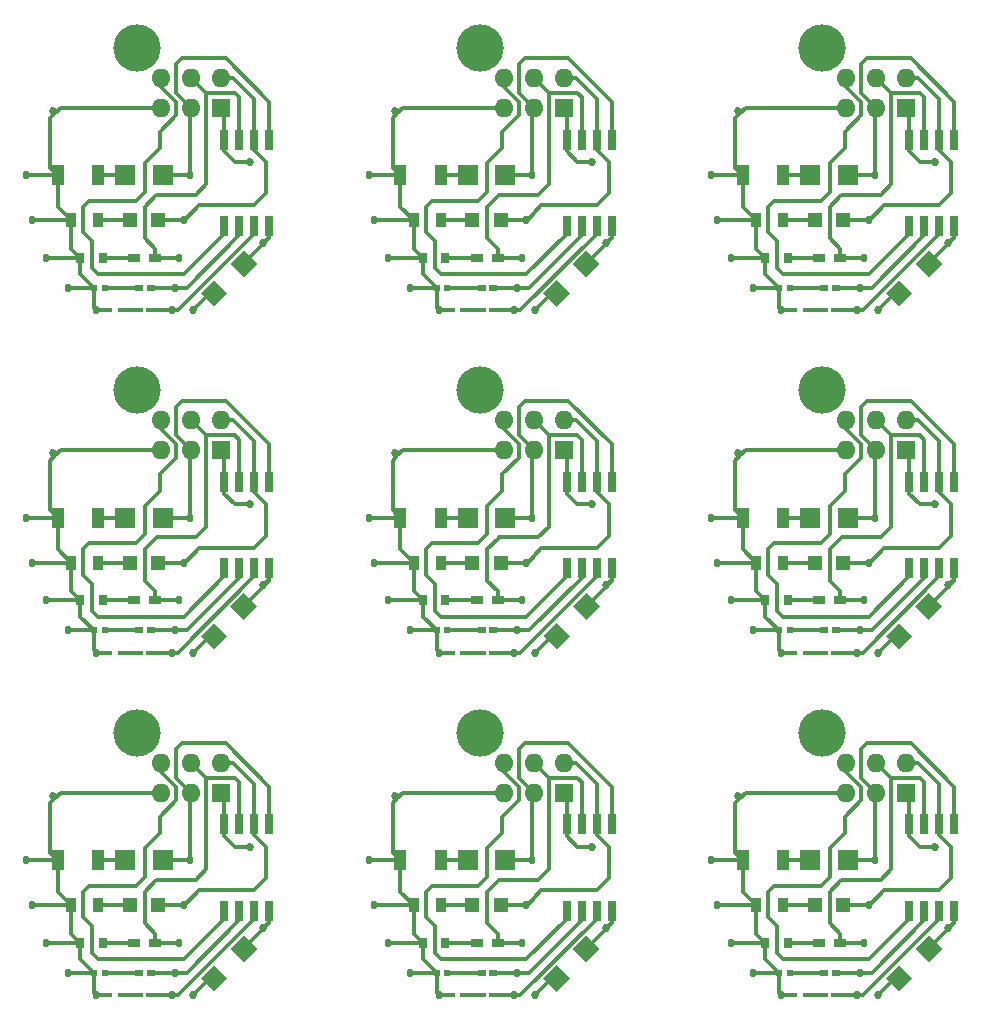
<source format=gtl>
%MOIN*%
%OFA0B0*%
%FSLAX46Y46*%
%IPPOS*%
%LPD*%
%ADD10C,0.0039370078740157488*%
%ADD11C,0.15748031496062992*%
%ADD12R,0.015748031496062995X0.015748031496062995*%
%ADD13R,0.027559055118110236X0.023622047244094488*%
%ADD14O,0.062992125984251982X0.062992125984251982*%
%ADD15R,0.062992125984251982X0.062992125984251982*%
%ADD16R,0.066929133858267723X0.0709*%
%ADD17R,0.051181102362204731X0.0472*%
%ADD18R,0.03937007874015748X0.031400000000000004*%
%ADD19R,0.025590551181102365X0.066929133858267723*%
%ADD20O,0.02X0.030000000000000002*%
%ADD21R,0.043307086614173235X0.066929133858267723*%
%ADD22R,0.035433070866141732X0.051181102362204731*%
%ADD23R,0.027559055118110236X0.035433070866141732*%
%ADD24R,0.023622047244094488X0.023622047244094488*%
%ADD25R,0.017716535433070866X0.016929133858267716*%
%ADD26C,0.027*%
%ADD27C,0.012000000000000002*%
%ADD38C,0.0039370078740157488*%
%ADD39C,0.15748031496062992*%
%ADD40R,0.015748031496062995X0.015748031496062995*%
%ADD41R,0.027559055118110236X0.023622047244094488*%
%ADD42O,0.062992125984251982X0.062992125984251982*%
%ADD43R,0.062992125984251982X0.062992125984251982*%
%ADD44R,0.066929133858267723X0.0709*%
%ADD45R,0.051181102362204731X0.0472*%
%ADD46R,0.03937007874015748X0.031400000000000004*%
%ADD47R,0.025590551181102365X0.066929133858267723*%
%ADD48O,0.02X0.030000000000000002*%
%ADD49R,0.043307086614173235X0.066929133858267723*%
%ADD50R,0.035433070866141732X0.051181102362204731*%
%ADD51R,0.027559055118110236X0.035433070866141732*%
%ADD52R,0.023622047244094488X0.023622047244094488*%
%ADD53R,0.017716535433070866X0.016929133858267716*%
%ADD54C,0.027*%
%ADD55C,0.012000000000000002*%
%ADD56C,0.0039370078740157488*%
%ADD57C,0.15748031496062992*%
%ADD58R,0.015748031496062995X0.015748031496062995*%
%ADD59R,0.027559055118110236X0.023622047244094488*%
%ADD60O,0.062992125984251982X0.062992125984251982*%
%ADD61R,0.062992125984251982X0.062992125984251982*%
%ADD62R,0.066929133858267723X0.0709*%
%ADD63R,0.051181102362204731X0.0472*%
%ADD64R,0.03937007874015748X0.031400000000000004*%
%ADD65R,0.025590551181102365X0.066929133858267723*%
%ADD66O,0.02X0.030000000000000002*%
%ADD67R,0.043307086614173235X0.066929133858267723*%
%ADD68R,0.035433070866141732X0.051181102362204731*%
%ADD69R,0.027559055118110236X0.035433070866141732*%
%ADD70R,0.023622047244094488X0.023622047244094488*%
%ADD71R,0.017716535433070866X0.016929133858267716*%
%ADD72C,0.027*%
%ADD73C,0.012000000000000002*%
%ADD74C,0.0039370078740157488*%
%ADD75C,0.15748031496062992*%
%ADD76R,0.015748031496062995X0.015748031496062995*%
%ADD77R,0.027559055118110236X0.023622047244094488*%
%ADD78O,0.062992125984251982X0.062992125984251982*%
%ADD79R,0.062992125984251982X0.062992125984251982*%
%ADD80R,0.066929133858267723X0.0709*%
%ADD81R,0.051181102362204731X0.0472*%
%ADD82R,0.03937007874015748X0.031400000000000004*%
%ADD83R,0.025590551181102365X0.066929133858267723*%
%ADD84O,0.02X0.030000000000000002*%
%ADD85R,0.043307086614173235X0.066929133858267723*%
%ADD86R,0.035433070866141732X0.051181102362204731*%
%ADD87R,0.027559055118110236X0.035433070866141732*%
%ADD88R,0.023622047244094488X0.023622047244094488*%
%ADD89R,0.017716535433070866X0.016929133858267716*%
%ADD90C,0.027*%
%ADD91C,0.012000000000000002*%
%ADD92C,0.0039370078740157488*%
%ADD93C,0.15748031496062992*%
%ADD94R,0.015748031496062995X0.015748031496062995*%
%ADD95R,0.027559055118110236X0.023622047244094488*%
%ADD96O,0.062992125984251982X0.062992125984251982*%
%ADD97R,0.062992125984251982X0.062992125984251982*%
%ADD98R,0.066929133858267723X0.0709*%
%ADD99R,0.051181102362204731X0.0472*%
%ADD100R,0.03937007874015748X0.031400000000000004*%
%ADD101R,0.025590551181102365X0.066929133858267723*%
%ADD102O,0.02X0.030000000000000002*%
%ADD103R,0.043307086614173235X0.066929133858267723*%
%ADD104R,0.035433070866141732X0.051181102362204731*%
%ADD105R,0.027559055118110236X0.035433070866141732*%
%ADD106R,0.023622047244094488X0.023622047244094488*%
%ADD107R,0.017716535433070866X0.016929133858267716*%
%ADD108C,0.027*%
%ADD109C,0.012000000000000002*%
%ADD110C,0.0039370078740157488*%
%ADD111C,0.15748031496062992*%
%ADD112R,0.015748031496062995X0.015748031496062995*%
%ADD113R,0.027559055118110236X0.023622047244094488*%
%ADD114O,0.062992125984251982X0.062992125984251982*%
%ADD115R,0.062992125984251982X0.062992125984251982*%
%ADD116R,0.066929133858267723X0.0709*%
%ADD117R,0.051181102362204731X0.0472*%
%ADD118R,0.03937007874015748X0.031400000000000004*%
%ADD119R,0.025590551181102365X0.066929133858267723*%
%ADD120O,0.02X0.030000000000000002*%
%ADD121R,0.043307086614173235X0.066929133858267723*%
%ADD122R,0.035433070866141732X0.051181102362204731*%
%ADD123R,0.027559055118110236X0.035433070866141732*%
%ADD124R,0.023622047244094488X0.023622047244094488*%
%ADD125R,0.017716535433070866X0.016929133858267716*%
%ADD126C,0.027*%
%ADD127C,0.012000000000000002*%
%ADD128C,0.0039370078740157488*%
%ADD129C,0.15748031496062992*%
%ADD130R,0.015748031496062995X0.015748031496062995*%
%ADD131R,0.027559055118110236X0.023622047244094488*%
%ADD132O,0.062992125984251982X0.062992125984251982*%
%ADD133R,0.062992125984251982X0.062992125984251982*%
%ADD134R,0.066929133858267723X0.0709*%
%ADD135R,0.051181102362204731X0.0472*%
%ADD136R,0.03937007874015748X0.031400000000000004*%
%ADD137R,0.025590551181102365X0.066929133858267723*%
%ADD138O,0.02X0.030000000000000002*%
%ADD139R,0.043307086614173235X0.066929133858267723*%
%ADD140R,0.035433070866141732X0.051181102362204731*%
%ADD141R,0.027559055118110236X0.035433070866141732*%
%ADD142R,0.023622047244094488X0.023622047244094488*%
%ADD143R,0.017716535433070866X0.016929133858267716*%
%ADD144C,0.027*%
%ADD145C,0.012000000000000002*%
%ADD146C,0.0039370078740157488*%
%ADD147C,0.15748031496062992*%
%ADD148R,0.015748031496062995X0.015748031496062995*%
%ADD149R,0.027559055118110236X0.023622047244094488*%
%ADD150O,0.062992125984251982X0.062992125984251982*%
%ADD151R,0.062992125984251982X0.062992125984251982*%
%ADD152R,0.066929133858267723X0.0709*%
%ADD153R,0.051181102362204731X0.0472*%
%ADD154R,0.03937007874015748X0.031400000000000004*%
%ADD155R,0.025590551181102365X0.066929133858267723*%
%ADD156O,0.02X0.030000000000000002*%
%ADD157R,0.043307086614173235X0.066929133858267723*%
%ADD158R,0.035433070866141732X0.051181102362204731*%
%ADD159R,0.027559055118110236X0.035433070866141732*%
%ADD160R,0.023622047244094488X0.023622047244094488*%
%ADD161R,0.017716535433070866X0.016929133858267716*%
%ADD162C,0.027*%
%ADD163C,0.012000000000000002*%
%ADD164C,0.0039370078740157488*%
%ADD165C,0.15748031496062992*%
%ADD166R,0.015748031496062995X0.015748031496062995*%
%ADD167R,0.027559055118110236X0.023622047244094488*%
%ADD168O,0.062992125984251982X0.062992125984251982*%
%ADD169R,0.062992125984251982X0.062992125984251982*%
%ADD170R,0.066929133858267723X0.0709*%
%ADD171R,0.051181102362204731X0.0472*%
%ADD172R,0.03937007874015748X0.031400000000000004*%
%ADD173R,0.025590551181102365X0.066929133858267723*%
%ADD174O,0.02X0.030000000000000002*%
%ADD175R,0.043307086614173235X0.066929133858267723*%
%ADD176R,0.035433070866141732X0.051181102362204731*%
%ADD177R,0.027559055118110236X0.035433070866141732*%
%ADD178R,0.023622047244094488X0.023622047244094488*%
%ADD179R,0.017716535433070866X0.016929133858267716*%
%ADD180C,0.027*%
%ADD181C,0.012000000000000002*%
G01*
D10*
D11*
X-0007643492Y0004156443D02*
X0000531507Y0000956443D03*
D12*
X0000544696Y0000081443D03*
X0000568318Y0000081443D03*
D13*
X0000536822Y0000156443D03*
X0000576192Y0000156443D03*
D10*
G36*
X0000886004Y0000280482D02*
X0000930546Y0000235940D01*
X0000886004Y0000191398D01*
X0000841462Y0000235940D01*
X0000886004Y0000280482D01*
X0000886004Y0000280482D01*
G37*
G36*
X0000787009Y0000181487D02*
X0000831551Y0000136945D01*
X0000787009Y0000092403D01*
X0000742467Y0000136945D01*
X0000787009Y0000181487D01*
X0000787009Y0000181487D01*
G37*
D14*
X0000811507Y0000856443D03*
D15*
X0000811507Y0000756443D03*
D14*
X0000711507Y0000856443D03*
X0000711507Y0000756443D03*
X0000611507Y0000856443D03*
X0000611507Y0000756443D03*
D16*
X0000616507Y0000531443D03*
X0000491507Y0000531443D03*
D17*
X0000601507Y0000381443D03*
X0000506507Y0000381443D03*
D18*
X0000591507Y0000256443D03*
X0000521507Y0000256443D03*
D19*
X0000821507Y0000362742D03*
X0000871507Y0000362742D03*
X0000921507Y0000362742D03*
X0000971507Y0000362742D03*
X0000971507Y0000650143D03*
X0000921507Y0000650143D03*
X0000871507Y0000650143D03*
X0000821507Y0000650143D03*
D20*
X0000706507Y0000531443D03*
X0000686507Y0000381443D03*
X0000671507Y0000256443D03*
X0000656507Y0000156443D03*
X0000646507Y0000081443D03*
X0000161507Y0000531443D03*
X0000179007Y0000381443D03*
X0000226507Y0000256443D03*
X0000299007Y0000156443D03*
X0000394007Y0000081443D03*
D21*
X0000401507Y0000531443D03*
X0000266507Y0000531443D03*
D22*
X0000401507Y0000381443D03*
X0000311507Y0000381443D03*
D23*
X0000416507Y0000256443D03*
X0000341507Y0000256443D03*
D24*
X0000422255Y0000156443D03*
X0000386822Y0000156443D03*
D25*
X0000472255Y0000081443D03*
X0000440759Y0000081443D03*
D26*
X0000249007Y0000746443D03*
X0000951507Y0000306443D03*
X0000716507Y0000081443D03*
X0000906507Y0000576443D03*
D27*
X0000394007Y0000081443D02*
X0000440759Y0000081443D01*
X0000386822Y0000156443D02*
X0000386822Y0000088628D01*
X0000386822Y0000088628D02*
X0000394007Y0000081443D01*
X0000256507Y0000738943D02*
X0000251507Y0000743943D01*
X0000251507Y0000743943D02*
X0000249007Y0000746443D01*
X0000971507Y0000362742D02*
X0000971507Y0000326443D01*
X0000971507Y0000326443D02*
X0000951507Y0000306443D01*
X0000877185Y0000227120D02*
X0000971507Y0000321443D01*
X0000971507Y0000321443D02*
X0000971507Y0000362742D01*
X0000341507Y0000256443D02*
X0000341507Y0000201758D01*
X0000341507Y0000201758D02*
X0000386822Y0000156443D01*
X0000311507Y0000381443D02*
X0000311507Y0000286443D01*
X0000311507Y0000286443D02*
X0000341507Y0000256443D01*
X0000266507Y0000531443D02*
X0000266507Y0000426443D01*
X0000266507Y0000426443D02*
X0000311507Y0000381443D01*
X0000611507Y0000756443D02*
X0000276507Y0000756443D01*
X0000241507Y0000556443D02*
X0000266507Y0000531443D01*
X0000241507Y0000721443D02*
X0000241507Y0000556443D01*
X0000276507Y0000756443D02*
X0000256507Y0000738943D01*
X0000256507Y0000738943D02*
X0000241507Y0000721443D01*
X0000299007Y0000156443D02*
X0000386822Y0000156443D01*
X0000226507Y0000256443D02*
X0000341507Y0000256443D01*
X0000184007Y0000381443D02*
X0000311507Y0000381443D01*
X0000266507Y0000531443D02*
X0000161507Y0000531443D01*
X0000716507Y0000081443D02*
X0000772009Y0000136945D01*
X0000772009Y0000136945D02*
X0000787009Y0000136945D01*
X0000821507Y0000650143D02*
X0000821507Y0000611443D01*
X0000856507Y0000576443D02*
X0000906507Y0000576443D01*
X0000821507Y0000611443D02*
X0000856507Y0000576443D01*
X0000780829Y0000130765D02*
X0000775829Y0000130765D01*
X0000821507Y0000650143D02*
X0000821507Y0000746443D01*
X0000821507Y0000746443D02*
X0000811507Y0000756443D01*
X0000921507Y0000650143D02*
X0000921507Y0000616443D01*
X0000736507Y0000431443D02*
X0000841507Y0000431443D01*
X0000736507Y0000431443D02*
X0000691507Y0000381443D01*
X0000921507Y0000431443D02*
X0000841507Y0000431443D01*
X0000961507Y0000471443D02*
X0000921507Y0000431443D01*
X0000961507Y0000576443D02*
X0000961507Y0000471443D01*
X0000921507Y0000616443D02*
X0000961507Y0000576443D01*
X0000686507Y0000381443D02*
X0000691507Y0000381443D01*
X0000921507Y0000650143D02*
X0000921507Y0000786443D01*
X0000851507Y0000856443D02*
X0000811507Y0000856443D01*
X0000921507Y0000786443D02*
X0000851507Y0000856443D01*
X0000601507Y0000381443D02*
X0000686507Y0000381443D01*
X0000711507Y0000856443D02*
X0000761507Y0000806443D01*
X0000761507Y0000806443D02*
X0000761507Y0000501443D01*
X0000556507Y0000426443D02*
X0000591507Y0000461443D01*
X0000556507Y0000321443D02*
X0000556507Y0000426443D01*
X0000591507Y0000286443D02*
X0000556507Y0000321443D01*
X0000591507Y0000256443D02*
X0000591507Y0000286443D01*
X0000596507Y0000466443D02*
X0000591507Y0000461443D01*
X0000726507Y0000466443D02*
X0000596507Y0000466443D01*
X0000761507Y0000501443D02*
X0000726507Y0000466443D01*
X0000871507Y0000650143D02*
X0000871507Y0000791443D01*
X0000856507Y0000806443D02*
X0000761507Y0000806443D01*
X0000871507Y0000791443D02*
X0000856507Y0000806443D01*
X0000591507Y0000256443D02*
X0000671507Y0000256443D01*
X0000706507Y0000531443D02*
X0000706507Y0000751443D01*
X0000706507Y0000751443D02*
X0000711507Y0000756443D01*
X0000971507Y0000650143D02*
X0000971507Y0000776443D01*
X0000661507Y0000806443D02*
X0000711507Y0000756443D01*
X0000661507Y0000901443D02*
X0000661507Y0000806443D01*
X0000681507Y0000921443D02*
X0000661507Y0000901443D01*
X0000826507Y0000921443D02*
X0000681507Y0000921443D01*
X0000971507Y0000776443D02*
X0000826507Y0000921443D01*
X0000616507Y0000531443D02*
X0000706507Y0000531443D01*
X0000821507Y0000362742D02*
X0000821507Y0000336443D01*
X0000821507Y0000336443D02*
X0000686507Y0000201443D01*
X0000686507Y0000201443D02*
X0000401507Y0000201443D01*
X0000401507Y0000201443D02*
X0000381507Y0000221443D01*
X0000381507Y0000221443D02*
X0000381507Y0000311443D01*
X0000381507Y0000311443D02*
X0000351507Y0000341443D01*
X0000351507Y0000341443D02*
X0000351507Y0000426443D01*
X0000351507Y0000426443D02*
X0000371507Y0000446443D01*
X0000371507Y0000446443D02*
X0000526507Y0000446443D01*
X0000526507Y0000446443D02*
X0000556507Y0000476443D01*
X0000556507Y0000476443D02*
X0000556507Y0000571443D01*
X0000556507Y0000571443D02*
X0000606507Y0000621443D01*
X0000606507Y0000621443D02*
X0000606507Y0000676443D01*
X0000606507Y0000676443D02*
X0000661507Y0000731443D01*
X0000661507Y0000731443D02*
X0000661507Y0000776443D01*
X0000661507Y0000776443D02*
X0000611507Y0000826443D01*
X0000611507Y0000826443D02*
X0000611507Y0000856443D01*
X0000401507Y0000381443D02*
X0000506507Y0000381443D01*
X0000416507Y0000256443D02*
X0000521507Y0000256443D01*
X0000422255Y0000156443D02*
X0000532885Y0000156443D01*
X0000491507Y0000531443D02*
X0000401507Y0000531443D01*
X0000656507Y0000156443D02*
X0000696507Y0000156443D01*
X0000696507Y0000156443D02*
X0000871507Y0000331443D01*
X0000871507Y0000331443D02*
X0000871507Y0000362742D01*
X0000576192Y0000156443D02*
X0000656507Y0000156443D01*
X0000568318Y0000081443D02*
X0000591507Y0000081443D01*
X0000591507Y0000081443D02*
X0000646507Y0000081443D01*
X0000651507Y0000081443D02*
X0000666507Y0000081443D01*
X0000666507Y0000081443D02*
X0000921507Y0000336443D01*
X0000921507Y0000336443D02*
X0000921507Y0000362742D01*
X0000544696Y0000081443D02*
X0000521507Y0000081443D01*
X0000521507Y0000081443D02*
X0000472255Y0000081443D01*
G04 next file*
G04 #@! TF.FileFunction,Copper,L1,Top,Signal*
G04 Gerber Fmt 4.6, Leading zero omitted, Abs format (unit mm)*
G04 Created by KiCad (PCBNEW 4.0.7) date 06/29/18 14:26:30*
G01*
G04 APERTURE LIST*
G04 APERTURE END LIST*
D38*
D39*
X-0006501738Y0004156443D02*
X0001673261Y0000956443D03*
D40*
X0001686450Y0000081443D03*
X0001710072Y0000081443D03*
D41*
X0001678576Y0000156443D03*
X0001717946Y0000156443D03*
D38*
G36*
X0002027759Y0000280482D02*
X0002072301Y0000235940D01*
X0002027759Y0000191398D01*
X0001983217Y0000235940D01*
X0002027759Y0000280482D01*
X0002027759Y0000280482D01*
G37*
G36*
X0001928764Y0000181487D02*
X0001973306Y0000136945D01*
X0001928764Y0000092403D01*
X0001884222Y0000136945D01*
X0001928764Y0000181487D01*
X0001928764Y0000181487D01*
G37*
D42*
X0001953261Y0000856443D03*
D43*
X0001953261Y0000756443D03*
D42*
X0001853261Y0000856443D03*
X0001853261Y0000756443D03*
X0001753261Y0000856443D03*
X0001753261Y0000756443D03*
D44*
X0001758261Y0000531443D03*
X0001633261Y0000531443D03*
D45*
X0001743261Y0000381443D03*
X0001648261Y0000381443D03*
D46*
X0001733261Y0000256443D03*
X0001663261Y0000256443D03*
D47*
X0001963261Y0000362742D03*
X0002013261Y0000362742D03*
X0002063261Y0000362742D03*
X0002113261Y0000362742D03*
X0002113261Y0000650143D03*
X0002063261Y0000650143D03*
X0002013261Y0000650143D03*
X0001963261Y0000650143D03*
D48*
X0001848261Y0000531443D03*
X0001828261Y0000381443D03*
X0001813261Y0000256443D03*
X0001798261Y0000156443D03*
X0001788261Y0000081443D03*
X0001303261Y0000531443D03*
X0001320761Y0000381443D03*
X0001368261Y0000256443D03*
X0001440761Y0000156443D03*
X0001535761Y0000081443D03*
D49*
X0001543261Y0000531443D03*
X0001408261Y0000531443D03*
D50*
X0001543261Y0000381443D03*
X0001453261Y0000381443D03*
D51*
X0001558261Y0000256443D03*
X0001483261Y0000256443D03*
D52*
X0001564009Y0000156443D03*
X0001528576Y0000156443D03*
D53*
X0001614009Y0000081443D03*
X0001582513Y0000081443D03*
D54*
X0001390761Y0000746443D03*
X0002093261Y0000306443D03*
X0001858261Y0000081443D03*
X0002048261Y0000576443D03*
D55*
X0001535761Y0000081443D02*
X0001582513Y0000081443D01*
X0001528576Y0000156443D02*
X0001528576Y0000088628D01*
X0001528576Y0000088628D02*
X0001535761Y0000081443D01*
X0001398261Y0000738943D02*
X0001393261Y0000743943D01*
X0001393261Y0000743943D02*
X0001390761Y0000746443D01*
X0002113261Y0000362742D02*
X0002113261Y0000326443D01*
X0002113261Y0000326443D02*
X0002093261Y0000306443D01*
X0002018939Y0000227120D02*
X0002113261Y0000321443D01*
X0002113261Y0000321443D02*
X0002113261Y0000362742D01*
X0001483261Y0000256443D02*
X0001483261Y0000201758D01*
X0001483261Y0000201758D02*
X0001528576Y0000156443D01*
X0001453261Y0000381443D02*
X0001453261Y0000286443D01*
X0001453261Y0000286443D02*
X0001483261Y0000256443D01*
X0001408261Y0000531443D02*
X0001408261Y0000426443D01*
X0001408261Y0000426443D02*
X0001453261Y0000381443D01*
X0001753261Y0000756443D02*
X0001418261Y0000756443D01*
X0001383261Y0000556443D02*
X0001408261Y0000531443D01*
X0001383261Y0000721443D02*
X0001383261Y0000556443D01*
X0001418261Y0000756443D02*
X0001398261Y0000738943D01*
X0001398261Y0000738943D02*
X0001383261Y0000721443D01*
X0001440761Y0000156443D02*
X0001528576Y0000156443D01*
X0001368261Y0000256443D02*
X0001483261Y0000256443D01*
X0001325761Y0000381443D02*
X0001453261Y0000381443D01*
X0001408261Y0000531443D02*
X0001303261Y0000531443D01*
X0001858261Y0000081443D02*
X0001913764Y0000136945D01*
X0001913764Y0000136945D02*
X0001928764Y0000136945D01*
X0001963261Y0000650143D02*
X0001963261Y0000611443D01*
X0001998261Y0000576443D02*
X0002048261Y0000576443D01*
X0001963261Y0000611443D02*
X0001998261Y0000576443D01*
X0001922584Y0000130765D02*
X0001917584Y0000130765D01*
X0001963261Y0000650143D02*
X0001963261Y0000746443D01*
X0001963261Y0000746443D02*
X0001953261Y0000756443D01*
X0002063261Y0000650143D02*
X0002063261Y0000616443D01*
X0001878261Y0000431443D02*
X0001983261Y0000431443D01*
X0001878261Y0000431443D02*
X0001833261Y0000381443D01*
X0002063261Y0000431443D02*
X0001983261Y0000431443D01*
X0002103261Y0000471443D02*
X0002063261Y0000431443D01*
X0002103261Y0000576443D02*
X0002103261Y0000471443D01*
X0002063261Y0000616443D02*
X0002103261Y0000576443D01*
X0001828261Y0000381443D02*
X0001833261Y0000381443D01*
X0002063261Y0000650143D02*
X0002063261Y0000786443D01*
X0001993261Y0000856443D02*
X0001953261Y0000856443D01*
X0002063261Y0000786443D02*
X0001993261Y0000856443D01*
X0001743261Y0000381443D02*
X0001828261Y0000381443D01*
X0001853261Y0000856443D02*
X0001903261Y0000806443D01*
X0001903261Y0000806443D02*
X0001903261Y0000501443D01*
X0001698261Y0000426443D02*
X0001733261Y0000461443D01*
X0001698261Y0000321443D02*
X0001698261Y0000426443D01*
X0001733261Y0000286443D02*
X0001698261Y0000321443D01*
X0001733261Y0000256443D02*
X0001733261Y0000286443D01*
X0001738261Y0000466443D02*
X0001733261Y0000461443D01*
X0001868261Y0000466443D02*
X0001738261Y0000466443D01*
X0001903261Y0000501443D02*
X0001868261Y0000466443D01*
X0002013261Y0000650143D02*
X0002013261Y0000791443D01*
X0001998261Y0000806443D02*
X0001903261Y0000806443D01*
X0002013261Y0000791443D02*
X0001998261Y0000806443D01*
X0001733261Y0000256443D02*
X0001813261Y0000256443D01*
X0001848261Y0000531443D02*
X0001848261Y0000751443D01*
X0001848261Y0000751443D02*
X0001853261Y0000756443D01*
X0002113261Y0000650143D02*
X0002113261Y0000776443D01*
X0001803261Y0000806443D02*
X0001853261Y0000756443D01*
X0001803261Y0000901443D02*
X0001803261Y0000806443D01*
X0001823261Y0000921443D02*
X0001803261Y0000901443D01*
X0001968261Y0000921443D02*
X0001823261Y0000921443D01*
X0002113261Y0000776443D02*
X0001968261Y0000921443D01*
X0001758261Y0000531443D02*
X0001848261Y0000531443D01*
X0001963261Y0000362742D02*
X0001963261Y0000336443D01*
X0001963261Y0000336443D02*
X0001828261Y0000201443D01*
X0001828261Y0000201443D02*
X0001543261Y0000201443D01*
X0001543261Y0000201443D02*
X0001523261Y0000221443D01*
X0001523261Y0000221443D02*
X0001523261Y0000311443D01*
X0001523261Y0000311443D02*
X0001493261Y0000341443D01*
X0001493261Y0000341443D02*
X0001493261Y0000426443D01*
X0001493261Y0000426443D02*
X0001513261Y0000446443D01*
X0001513261Y0000446443D02*
X0001668261Y0000446443D01*
X0001668261Y0000446443D02*
X0001698261Y0000476443D01*
X0001698261Y0000476443D02*
X0001698261Y0000571443D01*
X0001698261Y0000571443D02*
X0001748261Y0000621443D01*
X0001748261Y0000621443D02*
X0001748261Y0000676443D01*
X0001748261Y0000676443D02*
X0001803261Y0000731443D01*
X0001803261Y0000731443D02*
X0001803261Y0000776443D01*
X0001803261Y0000776443D02*
X0001753261Y0000826443D01*
X0001753261Y0000826443D02*
X0001753261Y0000856443D01*
X0001543261Y0000381443D02*
X0001648261Y0000381443D01*
X0001558261Y0000256443D02*
X0001663261Y0000256443D01*
X0001564009Y0000156443D02*
X0001674639Y0000156443D01*
X0001633261Y0000531443D02*
X0001543261Y0000531443D01*
X0001798261Y0000156443D02*
X0001838261Y0000156443D01*
X0001838261Y0000156443D02*
X0002013261Y0000331443D01*
X0002013261Y0000331443D02*
X0002013261Y0000362742D01*
X0001717946Y0000156443D02*
X0001798261Y0000156443D01*
X0001710072Y0000081443D02*
X0001733261Y0000081443D01*
X0001733261Y0000081443D02*
X0001788261Y0000081443D01*
X0001793261Y0000081443D02*
X0001808261Y0000081443D01*
X0001808261Y0000081443D02*
X0002063261Y0000336443D01*
X0002063261Y0000336443D02*
X0002063261Y0000362742D01*
X0001686450Y0000081443D02*
X0001663261Y0000081443D01*
X0001663261Y0000081443D02*
X0001614009Y0000081443D01*
G04 next file*
G04 #@! TF.FileFunction,Copper,L1,Top,Signal*
G04 Gerber Fmt 4.6, Leading zero omitted, Abs format (unit mm)*
G04 Created by KiCad (PCBNEW 4.0.7) date 06/29/18 14:26:30*
G01*
G04 APERTURE LIST*
G04 APERTURE END LIST*
D56*
D57*
X-0005359983Y0004156443D02*
X0002815016Y0000956443D03*
D58*
X0002828205Y0000081443D03*
X0002851827Y0000081443D03*
D59*
X0002820331Y0000156443D03*
X0002859701Y0000156443D03*
D56*
G36*
X0003169514Y0000280482D02*
X0003214056Y0000235940D01*
X0003169514Y0000191398D01*
X0003124972Y0000235940D01*
X0003169514Y0000280482D01*
X0003169514Y0000280482D01*
G37*
G36*
X0003070519Y0000181487D02*
X0003115061Y0000136945D01*
X0003070519Y0000092403D01*
X0003025977Y0000136945D01*
X0003070519Y0000181487D01*
X0003070519Y0000181487D01*
G37*
D60*
X0003095016Y0000856443D03*
D61*
X0003095016Y0000756443D03*
D60*
X0002995016Y0000856443D03*
X0002995016Y0000756443D03*
X0002895016Y0000856443D03*
X0002895016Y0000756443D03*
D62*
X0002900016Y0000531443D03*
X0002775016Y0000531443D03*
D63*
X0002885016Y0000381443D03*
X0002790016Y0000381443D03*
D64*
X0002875016Y0000256443D03*
X0002805016Y0000256443D03*
D65*
X0003105016Y0000362742D03*
X0003155016Y0000362742D03*
X0003205016Y0000362742D03*
X0003255016Y0000362742D03*
X0003255016Y0000650143D03*
X0003205016Y0000650143D03*
X0003155016Y0000650143D03*
X0003105016Y0000650143D03*
D66*
X0002990016Y0000531443D03*
X0002970016Y0000381443D03*
X0002955016Y0000256443D03*
X0002940016Y0000156443D03*
X0002930016Y0000081443D03*
X0002445016Y0000531443D03*
X0002462516Y0000381443D03*
X0002510016Y0000256443D03*
X0002582516Y0000156443D03*
X0002677516Y0000081443D03*
D67*
X0002685016Y0000531443D03*
X0002550016Y0000531443D03*
D68*
X0002685016Y0000381443D03*
X0002595016Y0000381443D03*
D69*
X0002700016Y0000256443D03*
X0002625016Y0000256443D03*
D70*
X0002705764Y0000156443D03*
X0002670331Y0000156443D03*
D71*
X0002755764Y0000081443D03*
X0002724268Y0000081443D03*
D72*
X0002532516Y0000746443D03*
X0003235016Y0000306443D03*
X0003000016Y0000081443D03*
X0003190016Y0000576443D03*
D73*
X0002677516Y0000081443D02*
X0002724268Y0000081443D01*
X0002670331Y0000156443D02*
X0002670331Y0000088628D01*
X0002670331Y0000088628D02*
X0002677516Y0000081443D01*
X0002540016Y0000738943D02*
X0002535016Y0000743943D01*
X0002535016Y0000743943D02*
X0002532516Y0000746443D01*
X0003255016Y0000362742D02*
X0003255016Y0000326443D01*
X0003255016Y0000326443D02*
X0003235016Y0000306443D01*
X0003160694Y0000227120D02*
X0003255016Y0000321443D01*
X0003255016Y0000321443D02*
X0003255016Y0000362742D01*
X0002625016Y0000256443D02*
X0002625016Y0000201758D01*
X0002625016Y0000201758D02*
X0002670331Y0000156443D01*
X0002595016Y0000381443D02*
X0002595016Y0000286443D01*
X0002595016Y0000286443D02*
X0002625016Y0000256443D01*
X0002550016Y0000531443D02*
X0002550016Y0000426443D01*
X0002550016Y0000426443D02*
X0002595016Y0000381443D01*
X0002895016Y0000756443D02*
X0002560016Y0000756443D01*
X0002525016Y0000556443D02*
X0002550016Y0000531443D01*
X0002525016Y0000721443D02*
X0002525016Y0000556443D01*
X0002560016Y0000756443D02*
X0002540016Y0000738943D01*
X0002540016Y0000738943D02*
X0002525016Y0000721443D01*
X0002582516Y0000156443D02*
X0002670331Y0000156443D01*
X0002510016Y0000256443D02*
X0002625016Y0000256443D01*
X0002467516Y0000381443D02*
X0002595016Y0000381443D01*
X0002550016Y0000531443D02*
X0002445016Y0000531443D01*
X0003000016Y0000081443D02*
X0003055519Y0000136945D01*
X0003055519Y0000136945D02*
X0003070519Y0000136945D01*
X0003105016Y0000650143D02*
X0003105016Y0000611443D01*
X0003140016Y0000576443D02*
X0003190016Y0000576443D01*
X0003105016Y0000611443D02*
X0003140016Y0000576443D01*
X0003064339Y0000130765D02*
X0003059339Y0000130765D01*
X0003105016Y0000650143D02*
X0003105016Y0000746443D01*
X0003105016Y0000746443D02*
X0003095016Y0000756443D01*
X0003205016Y0000650143D02*
X0003205016Y0000616443D01*
X0003020016Y0000431443D02*
X0003125016Y0000431443D01*
X0003020016Y0000431443D02*
X0002975016Y0000381443D01*
X0003205016Y0000431443D02*
X0003125016Y0000431443D01*
X0003245016Y0000471443D02*
X0003205016Y0000431443D01*
X0003245016Y0000576443D02*
X0003245016Y0000471443D01*
X0003205016Y0000616443D02*
X0003245016Y0000576443D01*
X0002970016Y0000381443D02*
X0002975016Y0000381443D01*
X0003205016Y0000650143D02*
X0003205016Y0000786443D01*
X0003135016Y0000856443D02*
X0003095016Y0000856443D01*
X0003205016Y0000786443D02*
X0003135016Y0000856443D01*
X0002885016Y0000381443D02*
X0002970016Y0000381443D01*
X0002995016Y0000856443D02*
X0003045016Y0000806443D01*
X0003045016Y0000806443D02*
X0003045016Y0000501443D01*
X0002840016Y0000426443D02*
X0002875016Y0000461443D01*
X0002840016Y0000321443D02*
X0002840016Y0000426443D01*
X0002875016Y0000286443D02*
X0002840016Y0000321443D01*
X0002875016Y0000256443D02*
X0002875016Y0000286443D01*
X0002880016Y0000466443D02*
X0002875016Y0000461443D01*
X0003010016Y0000466443D02*
X0002880016Y0000466443D01*
X0003045016Y0000501443D02*
X0003010016Y0000466443D01*
X0003155016Y0000650143D02*
X0003155016Y0000791443D01*
X0003140016Y0000806443D02*
X0003045016Y0000806443D01*
X0003155016Y0000791443D02*
X0003140016Y0000806443D01*
X0002875016Y0000256443D02*
X0002955016Y0000256443D01*
X0002990016Y0000531443D02*
X0002990016Y0000751443D01*
X0002990016Y0000751443D02*
X0002995016Y0000756443D01*
X0003255016Y0000650143D02*
X0003255016Y0000776443D01*
X0002945016Y0000806443D02*
X0002995016Y0000756443D01*
X0002945016Y0000901443D02*
X0002945016Y0000806443D01*
X0002965016Y0000921443D02*
X0002945016Y0000901443D01*
X0003110016Y0000921443D02*
X0002965016Y0000921443D01*
X0003255016Y0000776443D02*
X0003110016Y0000921443D01*
X0002900016Y0000531443D02*
X0002990016Y0000531443D01*
X0003105016Y0000362742D02*
X0003105016Y0000336443D01*
X0003105016Y0000336443D02*
X0002970016Y0000201443D01*
X0002970016Y0000201443D02*
X0002685016Y0000201443D01*
X0002685016Y0000201443D02*
X0002665016Y0000221443D01*
X0002665016Y0000221443D02*
X0002665016Y0000311443D01*
X0002665016Y0000311443D02*
X0002635016Y0000341443D01*
X0002635016Y0000341443D02*
X0002635016Y0000426443D01*
X0002635016Y0000426443D02*
X0002655016Y0000446443D01*
X0002655016Y0000446443D02*
X0002810016Y0000446443D01*
X0002810016Y0000446443D02*
X0002840016Y0000476443D01*
X0002840016Y0000476443D02*
X0002840016Y0000571443D01*
X0002840016Y0000571443D02*
X0002890016Y0000621443D01*
X0002890016Y0000621443D02*
X0002890016Y0000676443D01*
X0002890016Y0000676443D02*
X0002945016Y0000731443D01*
X0002945016Y0000731443D02*
X0002945016Y0000776443D01*
X0002945016Y0000776443D02*
X0002895016Y0000826443D01*
X0002895016Y0000826443D02*
X0002895016Y0000856443D01*
X0002685016Y0000381443D02*
X0002790016Y0000381443D01*
X0002700016Y0000256443D02*
X0002805016Y0000256443D01*
X0002705764Y0000156443D02*
X0002816394Y0000156443D01*
X0002775016Y0000531443D02*
X0002685016Y0000531443D01*
X0002940016Y0000156443D02*
X0002980016Y0000156443D01*
X0002980016Y0000156443D02*
X0003155016Y0000331443D01*
X0003155016Y0000331443D02*
X0003155016Y0000362742D01*
X0002859701Y0000156443D02*
X0002940016Y0000156443D01*
X0002851827Y0000081443D02*
X0002875016Y0000081443D01*
X0002875016Y0000081443D02*
X0002930016Y0000081443D01*
X0002935016Y0000081443D02*
X0002950016Y0000081443D01*
X0002950016Y0000081443D02*
X0003205016Y0000336443D01*
X0003205016Y0000336443D02*
X0003205016Y0000362742D01*
X0002828205Y0000081443D02*
X0002805016Y0000081443D01*
X0002805016Y0000081443D02*
X0002755764Y0000081443D01*
G04 next file*
G04 #@! TF.FileFunction,Copper,L1,Top,Signal*
G04 Gerber Fmt 4.6, Leading zero omitted, Abs format (unit mm)*
G04 Created by KiCad (PCBNEW 4.0.7) date 06/29/18 14:26:30*
G01*
G04 APERTURE LIST*
G04 APERTURE END LIST*
D74*
D75*
X-0007643492Y0005298069D02*
X0000531507Y0002098069D03*
D76*
X0000544696Y0001223069D03*
X0000568318Y0001223069D03*
D77*
X0000536822Y0001298069D03*
X0000576192Y0001298069D03*
D74*
G36*
X0000886004Y0001422108D02*
X0000930546Y0001377566D01*
X0000886004Y0001333024D01*
X0000841462Y0001377566D01*
X0000886004Y0001422108D01*
X0000886004Y0001422108D01*
G37*
G36*
X0000787009Y0001323113D02*
X0000831551Y0001278571D01*
X0000787009Y0001234029D01*
X0000742467Y0001278571D01*
X0000787009Y0001323113D01*
X0000787009Y0001323113D01*
G37*
D78*
X0000811507Y0001998069D03*
D79*
X0000811507Y0001898069D03*
D78*
X0000711507Y0001998069D03*
X0000711507Y0001898069D03*
X0000611507Y0001998069D03*
X0000611507Y0001898069D03*
D80*
X0000616507Y0001673069D03*
X0000491507Y0001673069D03*
D81*
X0000601507Y0001523069D03*
X0000506507Y0001523069D03*
D82*
X0000591507Y0001398069D03*
X0000521507Y0001398069D03*
D83*
X0000821507Y0001504368D03*
X0000871507Y0001504368D03*
X0000921507Y0001504368D03*
X0000971507Y0001504368D03*
X0000971507Y0001791769D03*
X0000921507Y0001791769D03*
X0000871507Y0001791769D03*
X0000821507Y0001791769D03*
D84*
X0000706507Y0001673069D03*
X0000686507Y0001523069D03*
X0000671507Y0001398069D03*
X0000656507Y0001298069D03*
X0000646507Y0001223069D03*
X0000161507Y0001673069D03*
X0000179007Y0001523069D03*
X0000226507Y0001398069D03*
X0000299007Y0001298069D03*
X0000394007Y0001223069D03*
D85*
X0000401507Y0001673069D03*
X0000266507Y0001673069D03*
D86*
X0000401507Y0001523069D03*
X0000311507Y0001523069D03*
D87*
X0000416507Y0001398069D03*
X0000341507Y0001398069D03*
D88*
X0000422255Y0001298069D03*
X0000386822Y0001298069D03*
D89*
X0000472255Y0001223069D03*
X0000440759Y0001223069D03*
D90*
X0000249007Y0001888069D03*
X0000951507Y0001448069D03*
X0000716507Y0001223069D03*
X0000906507Y0001718069D03*
D91*
X0000394007Y0001223069D02*
X0000440759Y0001223069D01*
X0000386822Y0001298069D02*
X0000386822Y0001230254D01*
X0000386822Y0001230254D02*
X0000394007Y0001223069D01*
X0000256507Y0001880569D02*
X0000251507Y0001885569D01*
X0000251507Y0001885569D02*
X0000249007Y0001888069D01*
X0000971507Y0001504368D02*
X0000971507Y0001468069D01*
X0000971507Y0001468069D02*
X0000951507Y0001448069D01*
X0000877185Y0001368746D02*
X0000971507Y0001463069D01*
X0000971507Y0001463069D02*
X0000971507Y0001504368D01*
X0000341507Y0001398069D02*
X0000341507Y0001343383D01*
X0000341507Y0001343383D02*
X0000386822Y0001298069D01*
X0000311507Y0001523069D02*
X0000311507Y0001428069D01*
X0000311507Y0001428069D02*
X0000341507Y0001398069D01*
X0000266507Y0001673069D02*
X0000266507Y0001568069D01*
X0000266507Y0001568069D02*
X0000311507Y0001523069D01*
X0000611507Y0001898069D02*
X0000276507Y0001898069D01*
X0000241507Y0001698069D02*
X0000266507Y0001673069D01*
X0000241507Y0001863069D02*
X0000241507Y0001698069D01*
X0000276507Y0001898069D02*
X0000256507Y0001880569D01*
X0000256507Y0001880569D02*
X0000241507Y0001863069D01*
X0000299007Y0001298069D02*
X0000386822Y0001298069D01*
X0000226507Y0001398069D02*
X0000341507Y0001398069D01*
X0000184007Y0001523069D02*
X0000311507Y0001523069D01*
X0000266507Y0001673069D02*
X0000161507Y0001673069D01*
X0000716507Y0001223069D02*
X0000772009Y0001278571D01*
X0000772009Y0001278571D02*
X0000787009Y0001278571D01*
X0000821507Y0001791769D02*
X0000821507Y0001753069D01*
X0000856507Y0001718069D02*
X0000906507Y0001718069D01*
X0000821507Y0001753069D02*
X0000856507Y0001718069D01*
X0000780829Y0001272391D02*
X0000775829Y0001272391D01*
X0000821507Y0001791769D02*
X0000821507Y0001888069D01*
X0000821507Y0001888069D02*
X0000811507Y0001898069D01*
X0000921507Y0001791769D02*
X0000921507Y0001758069D01*
X0000736507Y0001573069D02*
X0000841507Y0001573069D01*
X0000736507Y0001573069D02*
X0000691507Y0001523069D01*
X0000921507Y0001573069D02*
X0000841507Y0001573069D01*
X0000961507Y0001613069D02*
X0000921507Y0001573069D01*
X0000961507Y0001718069D02*
X0000961507Y0001613069D01*
X0000921507Y0001758069D02*
X0000961507Y0001718069D01*
X0000686507Y0001523069D02*
X0000691507Y0001523069D01*
X0000921507Y0001791769D02*
X0000921507Y0001928069D01*
X0000851507Y0001998069D02*
X0000811507Y0001998069D01*
X0000921507Y0001928069D02*
X0000851507Y0001998069D01*
X0000601507Y0001523069D02*
X0000686507Y0001523069D01*
X0000711507Y0001998069D02*
X0000761507Y0001948069D01*
X0000761507Y0001948069D02*
X0000761507Y0001643069D01*
X0000556507Y0001568069D02*
X0000591507Y0001603069D01*
X0000556507Y0001463069D02*
X0000556507Y0001568069D01*
X0000591507Y0001428069D02*
X0000556507Y0001463069D01*
X0000591507Y0001398069D02*
X0000591507Y0001428069D01*
X0000596507Y0001608069D02*
X0000591507Y0001603069D01*
X0000726507Y0001608069D02*
X0000596507Y0001608069D01*
X0000761507Y0001643069D02*
X0000726507Y0001608069D01*
X0000871507Y0001791769D02*
X0000871507Y0001933069D01*
X0000856507Y0001948069D02*
X0000761507Y0001948069D01*
X0000871507Y0001933069D02*
X0000856507Y0001948069D01*
X0000591507Y0001398069D02*
X0000671507Y0001398069D01*
X0000706507Y0001673069D02*
X0000706507Y0001893069D01*
X0000706507Y0001893069D02*
X0000711507Y0001898069D01*
X0000971507Y0001791769D02*
X0000971507Y0001918069D01*
X0000661507Y0001948069D02*
X0000711507Y0001898069D01*
X0000661507Y0002043069D02*
X0000661507Y0001948069D01*
X0000681507Y0002063069D02*
X0000661507Y0002043069D01*
X0000826507Y0002063069D02*
X0000681507Y0002063069D01*
X0000971507Y0001918069D02*
X0000826507Y0002063069D01*
X0000616507Y0001673069D02*
X0000706507Y0001673069D01*
X0000821507Y0001504368D02*
X0000821507Y0001478069D01*
X0000821507Y0001478069D02*
X0000686507Y0001343069D01*
X0000686507Y0001343069D02*
X0000401507Y0001343069D01*
X0000401507Y0001343069D02*
X0000381507Y0001363069D01*
X0000381507Y0001363069D02*
X0000381507Y0001453069D01*
X0000381507Y0001453069D02*
X0000351507Y0001483069D01*
X0000351507Y0001483069D02*
X0000351507Y0001568069D01*
X0000351507Y0001568069D02*
X0000371507Y0001588069D01*
X0000371507Y0001588069D02*
X0000526507Y0001588069D01*
X0000526507Y0001588069D02*
X0000556507Y0001618069D01*
X0000556507Y0001618069D02*
X0000556507Y0001713069D01*
X0000556507Y0001713069D02*
X0000606507Y0001763069D01*
X0000606507Y0001763069D02*
X0000606507Y0001818069D01*
X0000606507Y0001818069D02*
X0000661507Y0001873069D01*
X0000661507Y0001873069D02*
X0000661507Y0001918069D01*
X0000661507Y0001918069D02*
X0000611507Y0001968069D01*
X0000611507Y0001968069D02*
X0000611507Y0001998069D01*
X0000401507Y0001523069D02*
X0000506507Y0001523069D01*
X0000416507Y0001398069D02*
X0000521507Y0001398069D01*
X0000422255Y0001298069D02*
X0000532885Y0001298069D01*
X0000491507Y0001673069D02*
X0000401507Y0001673069D01*
X0000656507Y0001298069D02*
X0000696507Y0001298069D01*
X0000696507Y0001298069D02*
X0000871507Y0001473069D01*
X0000871507Y0001473069D02*
X0000871507Y0001504368D01*
X0000576192Y0001298069D02*
X0000656507Y0001298069D01*
X0000568318Y0001223069D02*
X0000591507Y0001223069D01*
X0000591507Y0001223069D02*
X0000646507Y0001223069D01*
X0000651507Y0001223069D02*
X0000666507Y0001223069D01*
X0000666507Y0001223069D02*
X0000921507Y0001478069D01*
X0000921507Y0001478069D02*
X0000921507Y0001504368D01*
X0000544696Y0001223069D02*
X0000521507Y0001223069D01*
X0000521507Y0001223069D02*
X0000472255Y0001223069D01*
G04 next file*
G04 #@! TF.FileFunction,Copper,L1,Top,Signal*
G04 Gerber Fmt 4.6, Leading zero omitted, Abs format (unit mm)*
G04 Created by KiCad (PCBNEW 4.0.7) date 06/29/18 14:26:30*
G01*
G04 APERTURE LIST*
G04 APERTURE END LIST*
D92*
D93*
X-0007643492Y0006439695D02*
X0000531507Y0003239695D03*
D94*
X0000544696Y0002364695D03*
X0000568318Y0002364695D03*
D95*
X0000536822Y0002439695D03*
X0000576192Y0002439695D03*
D92*
G36*
X0000886004Y0002563735D02*
X0000930546Y0002519193D01*
X0000886004Y0002474650D01*
X0000841462Y0002519193D01*
X0000886004Y0002563735D01*
X0000886004Y0002563735D01*
G37*
G36*
X0000787009Y0002464740D02*
X0000831551Y0002420198D01*
X0000787009Y0002375655D01*
X0000742467Y0002420198D01*
X0000787009Y0002464740D01*
X0000787009Y0002464740D01*
G37*
D96*
X0000811507Y0003139695D03*
D97*
X0000811507Y0003039695D03*
D96*
X0000711507Y0003139695D03*
X0000711507Y0003039695D03*
X0000611507Y0003139695D03*
X0000611507Y0003039695D03*
D98*
X0000616507Y0002814695D03*
X0000491507Y0002814695D03*
D99*
X0000601507Y0002664695D03*
X0000506507Y0002664695D03*
D100*
X0000591507Y0002539695D03*
X0000521507Y0002539695D03*
D101*
X0000821507Y0002645994D03*
X0000871507Y0002645994D03*
X0000921507Y0002645994D03*
X0000971507Y0002645994D03*
X0000971507Y0002933396D03*
X0000921507Y0002933396D03*
X0000871507Y0002933396D03*
X0000821507Y0002933396D03*
D102*
X0000706507Y0002814695D03*
X0000686507Y0002664695D03*
X0000671507Y0002539695D03*
X0000656507Y0002439695D03*
X0000646507Y0002364695D03*
X0000161507Y0002814695D03*
X0000179007Y0002664695D03*
X0000226507Y0002539695D03*
X0000299007Y0002439695D03*
X0000394007Y0002364695D03*
D103*
X0000401507Y0002814695D03*
X0000266507Y0002814695D03*
D104*
X0000401507Y0002664695D03*
X0000311507Y0002664695D03*
D105*
X0000416507Y0002539695D03*
X0000341507Y0002539695D03*
D106*
X0000422255Y0002439695D03*
X0000386822Y0002439695D03*
D107*
X0000472255Y0002364695D03*
X0000440759Y0002364695D03*
D108*
X0000249007Y0003029695D03*
X0000951507Y0002589695D03*
X0000716507Y0002364695D03*
X0000906507Y0002859695D03*
D109*
X0000394007Y0002364695D02*
X0000440759Y0002364695D01*
X0000386822Y0002439695D02*
X0000386822Y0002371880D01*
X0000386822Y0002371880D02*
X0000394007Y0002364695D01*
X0000256507Y0003022195D02*
X0000251507Y0003027195D01*
X0000251507Y0003027195D02*
X0000249007Y0003029695D01*
X0000971507Y0002645994D02*
X0000971507Y0002609695D01*
X0000971507Y0002609695D02*
X0000951507Y0002589695D01*
X0000877185Y0002510373D02*
X0000971507Y0002604695D01*
X0000971507Y0002604695D02*
X0000971507Y0002645994D01*
X0000341507Y0002539695D02*
X0000341507Y0002485010D01*
X0000341507Y0002485010D02*
X0000386822Y0002439695D01*
X0000311507Y0002664695D02*
X0000311507Y0002569695D01*
X0000311507Y0002569695D02*
X0000341507Y0002539695D01*
X0000266507Y0002814695D02*
X0000266507Y0002709695D01*
X0000266507Y0002709695D02*
X0000311507Y0002664695D01*
X0000611507Y0003039695D02*
X0000276507Y0003039695D01*
X0000241507Y0002839695D02*
X0000266507Y0002814695D01*
X0000241507Y0003004695D02*
X0000241507Y0002839695D01*
X0000276507Y0003039695D02*
X0000256507Y0003022195D01*
X0000256507Y0003022195D02*
X0000241507Y0003004695D01*
X0000299007Y0002439695D02*
X0000386822Y0002439695D01*
X0000226507Y0002539695D02*
X0000341507Y0002539695D01*
X0000184007Y0002664695D02*
X0000311507Y0002664695D01*
X0000266507Y0002814695D02*
X0000161507Y0002814695D01*
X0000716507Y0002364695D02*
X0000772009Y0002420198D01*
X0000772009Y0002420198D02*
X0000787009Y0002420198D01*
X0000821507Y0002933396D02*
X0000821507Y0002894695D01*
X0000856507Y0002859695D02*
X0000906507Y0002859695D01*
X0000821507Y0002894695D02*
X0000856507Y0002859695D01*
X0000780829Y0002414017D02*
X0000775829Y0002414017D01*
X0000821507Y0002933396D02*
X0000821507Y0003029695D01*
X0000821507Y0003029695D02*
X0000811507Y0003039695D01*
X0000921507Y0002933396D02*
X0000921507Y0002899695D01*
X0000736507Y0002714695D02*
X0000841507Y0002714695D01*
X0000736507Y0002714695D02*
X0000691507Y0002664695D01*
X0000921507Y0002714695D02*
X0000841507Y0002714695D01*
X0000961507Y0002754695D02*
X0000921507Y0002714695D01*
X0000961507Y0002859695D02*
X0000961507Y0002754695D01*
X0000921507Y0002899695D02*
X0000961507Y0002859695D01*
X0000686507Y0002664695D02*
X0000691507Y0002664695D01*
X0000921507Y0002933396D02*
X0000921507Y0003069695D01*
X0000851507Y0003139695D02*
X0000811507Y0003139695D01*
X0000921507Y0003069695D02*
X0000851507Y0003139695D01*
X0000601507Y0002664695D02*
X0000686507Y0002664695D01*
X0000711507Y0003139695D02*
X0000761507Y0003089695D01*
X0000761507Y0003089695D02*
X0000761507Y0002784695D01*
X0000556507Y0002709695D02*
X0000591507Y0002744695D01*
X0000556507Y0002604695D02*
X0000556507Y0002709695D01*
X0000591507Y0002569695D02*
X0000556507Y0002604695D01*
X0000591507Y0002539695D02*
X0000591507Y0002569695D01*
X0000596507Y0002749695D02*
X0000591507Y0002744695D01*
X0000726507Y0002749695D02*
X0000596507Y0002749695D01*
X0000761507Y0002784695D02*
X0000726507Y0002749695D01*
X0000871507Y0002933396D02*
X0000871507Y0003074695D01*
X0000856507Y0003089695D02*
X0000761507Y0003089695D01*
X0000871507Y0003074695D02*
X0000856507Y0003089695D01*
X0000591507Y0002539695D02*
X0000671507Y0002539695D01*
X0000706507Y0002814695D02*
X0000706507Y0003034695D01*
X0000706507Y0003034695D02*
X0000711507Y0003039695D01*
X0000971507Y0002933396D02*
X0000971507Y0003059695D01*
X0000661507Y0003089695D02*
X0000711507Y0003039695D01*
X0000661507Y0003184695D02*
X0000661507Y0003089695D01*
X0000681507Y0003204695D02*
X0000661507Y0003184695D01*
X0000826507Y0003204695D02*
X0000681507Y0003204695D01*
X0000971507Y0003059695D02*
X0000826507Y0003204695D01*
X0000616507Y0002814695D02*
X0000706507Y0002814695D01*
X0000821507Y0002645994D02*
X0000821507Y0002619695D01*
X0000821507Y0002619695D02*
X0000686507Y0002484695D01*
X0000686507Y0002484695D02*
X0000401507Y0002484695D01*
X0000401507Y0002484695D02*
X0000381507Y0002504695D01*
X0000381507Y0002504695D02*
X0000381507Y0002594695D01*
X0000381507Y0002594695D02*
X0000351507Y0002624695D01*
X0000351507Y0002624695D02*
X0000351507Y0002709695D01*
X0000351507Y0002709695D02*
X0000371507Y0002729695D01*
X0000371507Y0002729695D02*
X0000526507Y0002729695D01*
X0000526507Y0002729695D02*
X0000556507Y0002759695D01*
X0000556507Y0002759695D02*
X0000556507Y0002854695D01*
X0000556507Y0002854695D02*
X0000606507Y0002904695D01*
X0000606507Y0002904695D02*
X0000606507Y0002959695D01*
X0000606507Y0002959695D02*
X0000661507Y0003014695D01*
X0000661507Y0003014695D02*
X0000661507Y0003059695D01*
X0000661507Y0003059695D02*
X0000611507Y0003109695D01*
X0000611507Y0003109695D02*
X0000611507Y0003139695D01*
X0000401507Y0002664695D02*
X0000506507Y0002664695D01*
X0000416507Y0002539695D02*
X0000521507Y0002539695D01*
X0000422255Y0002439695D02*
X0000532885Y0002439695D01*
X0000491507Y0002814695D02*
X0000401507Y0002814695D01*
X0000656507Y0002439695D02*
X0000696507Y0002439695D01*
X0000696507Y0002439695D02*
X0000871507Y0002614695D01*
X0000871507Y0002614695D02*
X0000871507Y0002645994D01*
X0000576192Y0002439695D02*
X0000656507Y0002439695D01*
X0000568318Y0002364695D02*
X0000591507Y0002364695D01*
X0000591507Y0002364695D02*
X0000646507Y0002364695D01*
X0000651507Y0002364695D02*
X0000666507Y0002364695D01*
X0000666507Y0002364695D02*
X0000921507Y0002619695D01*
X0000921507Y0002619695D02*
X0000921507Y0002645994D01*
X0000544696Y0002364695D02*
X0000521507Y0002364695D01*
X0000521507Y0002364695D02*
X0000472255Y0002364695D01*
G04 next file*
G04 #@! TF.FileFunction,Copper,L1,Top,Signal*
G04 Gerber Fmt 4.6, Leading zero omitted, Abs format (unit mm)*
G04 Created by KiCad (PCBNEW 4.0.7) date 06/29/18 14:26:30*
G01*
G04 APERTURE LIST*
G04 APERTURE END LIST*
D110*
D111*
X-0006501738Y0005298069D02*
X0001673261Y0002098069D03*
D112*
X0001686450Y0001223069D03*
X0001710072Y0001223069D03*
D113*
X0001678576Y0001298069D03*
X0001717946Y0001298069D03*
D110*
G36*
X0002027759Y0001422108D02*
X0002072301Y0001377566D01*
X0002027759Y0001333024D01*
X0001983217Y0001377566D01*
X0002027759Y0001422108D01*
X0002027759Y0001422108D01*
G37*
G36*
X0001928764Y0001323113D02*
X0001973306Y0001278571D01*
X0001928764Y0001234029D01*
X0001884222Y0001278571D01*
X0001928764Y0001323113D01*
X0001928764Y0001323113D01*
G37*
D114*
X0001953261Y0001998069D03*
D115*
X0001953261Y0001898069D03*
D114*
X0001853261Y0001998069D03*
X0001853261Y0001898069D03*
X0001753261Y0001998069D03*
X0001753261Y0001898069D03*
D116*
X0001758261Y0001673069D03*
X0001633261Y0001673069D03*
D117*
X0001743261Y0001523069D03*
X0001648261Y0001523069D03*
D118*
X0001733261Y0001398069D03*
X0001663261Y0001398069D03*
D119*
X0001963261Y0001504368D03*
X0002013261Y0001504368D03*
X0002063261Y0001504368D03*
X0002113261Y0001504368D03*
X0002113261Y0001791769D03*
X0002063261Y0001791769D03*
X0002013261Y0001791769D03*
X0001963261Y0001791769D03*
D120*
X0001848261Y0001673069D03*
X0001828261Y0001523069D03*
X0001813261Y0001398069D03*
X0001798261Y0001298069D03*
X0001788261Y0001223069D03*
X0001303261Y0001673069D03*
X0001320761Y0001523069D03*
X0001368261Y0001398069D03*
X0001440761Y0001298069D03*
X0001535761Y0001223069D03*
D121*
X0001543261Y0001673069D03*
X0001408261Y0001673069D03*
D122*
X0001543261Y0001523069D03*
X0001453261Y0001523069D03*
D123*
X0001558261Y0001398069D03*
X0001483261Y0001398069D03*
D124*
X0001564009Y0001298069D03*
X0001528576Y0001298069D03*
D125*
X0001614009Y0001223069D03*
X0001582513Y0001223069D03*
D126*
X0001390761Y0001888069D03*
X0002093261Y0001448069D03*
X0001858261Y0001223069D03*
X0002048261Y0001718069D03*
D127*
X0001535761Y0001223069D02*
X0001582513Y0001223069D01*
X0001528576Y0001298069D02*
X0001528576Y0001230254D01*
X0001528576Y0001230254D02*
X0001535761Y0001223069D01*
X0001398261Y0001880569D02*
X0001393261Y0001885569D01*
X0001393261Y0001885569D02*
X0001390761Y0001888069D01*
X0002113261Y0001504368D02*
X0002113261Y0001468069D01*
X0002113261Y0001468069D02*
X0002093261Y0001448069D01*
X0002018939Y0001368746D02*
X0002113261Y0001463069D01*
X0002113261Y0001463069D02*
X0002113261Y0001504368D01*
X0001483261Y0001398069D02*
X0001483261Y0001343383D01*
X0001483261Y0001343383D02*
X0001528576Y0001298069D01*
X0001453261Y0001523069D02*
X0001453261Y0001428069D01*
X0001453261Y0001428069D02*
X0001483261Y0001398069D01*
X0001408261Y0001673069D02*
X0001408261Y0001568069D01*
X0001408261Y0001568069D02*
X0001453261Y0001523069D01*
X0001753261Y0001898069D02*
X0001418261Y0001898069D01*
X0001383261Y0001698069D02*
X0001408261Y0001673069D01*
X0001383261Y0001863069D02*
X0001383261Y0001698069D01*
X0001418261Y0001898069D02*
X0001398261Y0001880569D01*
X0001398261Y0001880569D02*
X0001383261Y0001863069D01*
X0001440761Y0001298069D02*
X0001528576Y0001298069D01*
X0001368261Y0001398069D02*
X0001483261Y0001398069D01*
X0001325761Y0001523069D02*
X0001453261Y0001523069D01*
X0001408261Y0001673069D02*
X0001303261Y0001673069D01*
X0001858261Y0001223069D02*
X0001913764Y0001278571D01*
X0001913764Y0001278571D02*
X0001928764Y0001278571D01*
X0001963261Y0001791769D02*
X0001963261Y0001753069D01*
X0001998261Y0001718069D02*
X0002048261Y0001718069D01*
X0001963261Y0001753069D02*
X0001998261Y0001718069D01*
X0001922584Y0001272391D02*
X0001917584Y0001272391D01*
X0001963261Y0001791769D02*
X0001963261Y0001888069D01*
X0001963261Y0001888069D02*
X0001953261Y0001898069D01*
X0002063261Y0001791769D02*
X0002063261Y0001758069D01*
X0001878261Y0001573069D02*
X0001983261Y0001573069D01*
X0001878261Y0001573069D02*
X0001833261Y0001523069D01*
X0002063261Y0001573069D02*
X0001983261Y0001573069D01*
X0002103261Y0001613069D02*
X0002063261Y0001573069D01*
X0002103261Y0001718069D02*
X0002103261Y0001613069D01*
X0002063261Y0001758069D02*
X0002103261Y0001718069D01*
X0001828261Y0001523069D02*
X0001833261Y0001523069D01*
X0002063261Y0001791769D02*
X0002063261Y0001928069D01*
X0001993261Y0001998069D02*
X0001953261Y0001998069D01*
X0002063261Y0001928069D02*
X0001993261Y0001998069D01*
X0001743261Y0001523069D02*
X0001828261Y0001523069D01*
X0001853261Y0001998069D02*
X0001903261Y0001948069D01*
X0001903261Y0001948069D02*
X0001903261Y0001643069D01*
X0001698261Y0001568069D02*
X0001733261Y0001603069D01*
X0001698261Y0001463069D02*
X0001698261Y0001568069D01*
X0001733261Y0001428069D02*
X0001698261Y0001463069D01*
X0001733261Y0001398069D02*
X0001733261Y0001428069D01*
X0001738261Y0001608069D02*
X0001733261Y0001603069D01*
X0001868261Y0001608069D02*
X0001738261Y0001608069D01*
X0001903261Y0001643069D02*
X0001868261Y0001608069D01*
X0002013261Y0001791769D02*
X0002013261Y0001933069D01*
X0001998261Y0001948069D02*
X0001903261Y0001948069D01*
X0002013261Y0001933069D02*
X0001998261Y0001948069D01*
X0001733261Y0001398069D02*
X0001813261Y0001398069D01*
X0001848261Y0001673069D02*
X0001848261Y0001893069D01*
X0001848261Y0001893069D02*
X0001853261Y0001898069D01*
X0002113261Y0001791769D02*
X0002113261Y0001918069D01*
X0001803261Y0001948069D02*
X0001853261Y0001898069D01*
X0001803261Y0002043069D02*
X0001803261Y0001948069D01*
X0001823261Y0002063069D02*
X0001803261Y0002043069D01*
X0001968261Y0002063069D02*
X0001823261Y0002063069D01*
X0002113261Y0001918069D02*
X0001968261Y0002063069D01*
X0001758261Y0001673069D02*
X0001848261Y0001673069D01*
X0001963261Y0001504368D02*
X0001963261Y0001478069D01*
X0001963261Y0001478069D02*
X0001828261Y0001343069D01*
X0001828261Y0001343069D02*
X0001543261Y0001343069D01*
X0001543261Y0001343069D02*
X0001523261Y0001363069D01*
X0001523261Y0001363069D02*
X0001523261Y0001453069D01*
X0001523261Y0001453069D02*
X0001493261Y0001483069D01*
X0001493261Y0001483069D02*
X0001493261Y0001568069D01*
X0001493261Y0001568069D02*
X0001513261Y0001588069D01*
X0001513261Y0001588069D02*
X0001668261Y0001588069D01*
X0001668261Y0001588069D02*
X0001698261Y0001618069D01*
X0001698261Y0001618069D02*
X0001698261Y0001713069D01*
X0001698261Y0001713069D02*
X0001748261Y0001763069D01*
X0001748261Y0001763069D02*
X0001748261Y0001818069D01*
X0001748261Y0001818069D02*
X0001803261Y0001873069D01*
X0001803261Y0001873069D02*
X0001803261Y0001918069D01*
X0001803261Y0001918069D02*
X0001753261Y0001968069D01*
X0001753261Y0001968069D02*
X0001753261Y0001998069D01*
X0001543261Y0001523069D02*
X0001648261Y0001523069D01*
X0001558261Y0001398069D02*
X0001663261Y0001398069D01*
X0001564009Y0001298069D02*
X0001674639Y0001298069D01*
X0001633261Y0001673069D02*
X0001543261Y0001673069D01*
X0001798261Y0001298069D02*
X0001838261Y0001298069D01*
X0001838261Y0001298069D02*
X0002013261Y0001473069D01*
X0002013261Y0001473069D02*
X0002013261Y0001504368D01*
X0001717946Y0001298069D02*
X0001798261Y0001298069D01*
X0001710072Y0001223069D02*
X0001733261Y0001223069D01*
X0001733261Y0001223069D02*
X0001788261Y0001223069D01*
X0001793261Y0001223069D02*
X0001808261Y0001223069D01*
X0001808261Y0001223069D02*
X0002063261Y0001478069D01*
X0002063261Y0001478069D02*
X0002063261Y0001504368D01*
X0001686450Y0001223069D02*
X0001663261Y0001223069D01*
X0001663261Y0001223069D02*
X0001614009Y0001223069D01*
G04 next file*
G04 #@! TF.FileFunction,Copper,L1,Top,Signal*
G04 Gerber Fmt 4.6, Leading zero omitted, Abs format (unit mm)*
G04 Created by KiCad (PCBNEW 4.0.7) date 06/29/18 14:26:30*
G01*
G04 APERTURE LIST*
G04 APERTURE END LIST*
D128*
D129*
X-0005359983Y0005298069D02*
X0002815016Y0002098069D03*
D130*
X0002828205Y0001223069D03*
X0002851827Y0001223069D03*
D131*
X0002820331Y0001298069D03*
X0002859701Y0001298069D03*
D128*
G36*
X0003169514Y0001422108D02*
X0003214056Y0001377566D01*
X0003169514Y0001333024D01*
X0003124972Y0001377566D01*
X0003169514Y0001422108D01*
X0003169514Y0001422108D01*
G37*
G36*
X0003070519Y0001323113D02*
X0003115061Y0001278571D01*
X0003070519Y0001234029D01*
X0003025977Y0001278571D01*
X0003070519Y0001323113D01*
X0003070519Y0001323113D01*
G37*
D132*
X0003095016Y0001998069D03*
D133*
X0003095016Y0001898069D03*
D132*
X0002995016Y0001998069D03*
X0002995016Y0001898069D03*
X0002895016Y0001998069D03*
X0002895016Y0001898069D03*
D134*
X0002900016Y0001673069D03*
X0002775016Y0001673069D03*
D135*
X0002885016Y0001523069D03*
X0002790016Y0001523069D03*
D136*
X0002875016Y0001398069D03*
X0002805016Y0001398069D03*
D137*
X0003105016Y0001504368D03*
X0003155016Y0001504368D03*
X0003205016Y0001504368D03*
X0003255016Y0001504368D03*
X0003255016Y0001791769D03*
X0003205016Y0001791769D03*
X0003155016Y0001791769D03*
X0003105016Y0001791769D03*
D138*
X0002990016Y0001673069D03*
X0002970016Y0001523069D03*
X0002955016Y0001398069D03*
X0002940016Y0001298069D03*
X0002930016Y0001223069D03*
X0002445016Y0001673069D03*
X0002462516Y0001523069D03*
X0002510016Y0001398069D03*
X0002582516Y0001298069D03*
X0002677516Y0001223069D03*
D139*
X0002685016Y0001673069D03*
X0002550016Y0001673069D03*
D140*
X0002685016Y0001523069D03*
X0002595016Y0001523069D03*
D141*
X0002700016Y0001398069D03*
X0002625016Y0001398069D03*
D142*
X0002705764Y0001298069D03*
X0002670331Y0001298069D03*
D143*
X0002755764Y0001223069D03*
X0002724268Y0001223069D03*
D144*
X0002532516Y0001888069D03*
X0003235016Y0001448069D03*
X0003000016Y0001223069D03*
X0003190016Y0001718069D03*
D145*
X0002677516Y0001223069D02*
X0002724268Y0001223069D01*
X0002670331Y0001298069D02*
X0002670331Y0001230254D01*
X0002670331Y0001230254D02*
X0002677516Y0001223069D01*
X0002540016Y0001880569D02*
X0002535016Y0001885569D01*
X0002535016Y0001885569D02*
X0002532516Y0001888069D01*
X0003255016Y0001504368D02*
X0003255016Y0001468069D01*
X0003255016Y0001468069D02*
X0003235016Y0001448069D01*
X0003160694Y0001368746D02*
X0003255016Y0001463069D01*
X0003255016Y0001463069D02*
X0003255016Y0001504368D01*
X0002625016Y0001398069D02*
X0002625016Y0001343383D01*
X0002625016Y0001343383D02*
X0002670331Y0001298069D01*
X0002595016Y0001523069D02*
X0002595016Y0001428069D01*
X0002595016Y0001428069D02*
X0002625016Y0001398069D01*
X0002550016Y0001673069D02*
X0002550016Y0001568069D01*
X0002550016Y0001568069D02*
X0002595016Y0001523069D01*
X0002895016Y0001898069D02*
X0002560016Y0001898069D01*
X0002525016Y0001698069D02*
X0002550016Y0001673069D01*
X0002525016Y0001863069D02*
X0002525016Y0001698069D01*
X0002560016Y0001898069D02*
X0002540016Y0001880569D01*
X0002540016Y0001880569D02*
X0002525016Y0001863069D01*
X0002582516Y0001298069D02*
X0002670331Y0001298069D01*
X0002510016Y0001398069D02*
X0002625016Y0001398069D01*
X0002467516Y0001523069D02*
X0002595016Y0001523069D01*
X0002550016Y0001673069D02*
X0002445016Y0001673069D01*
X0003000016Y0001223069D02*
X0003055519Y0001278571D01*
X0003055519Y0001278571D02*
X0003070519Y0001278571D01*
X0003105016Y0001791769D02*
X0003105016Y0001753069D01*
X0003140016Y0001718069D02*
X0003190016Y0001718069D01*
X0003105016Y0001753069D02*
X0003140016Y0001718069D01*
X0003064339Y0001272391D02*
X0003059339Y0001272391D01*
X0003105016Y0001791769D02*
X0003105016Y0001888069D01*
X0003105016Y0001888069D02*
X0003095016Y0001898069D01*
X0003205016Y0001791769D02*
X0003205016Y0001758069D01*
X0003020016Y0001573069D02*
X0003125016Y0001573069D01*
X0003020016Y0001573069D02*
X0002975016Y0001523069D01*
X0003205016Y0001573069D02*
X0003125016Y0001573069D01*
X0003245016Y0001613069D02*
X0003205016Y0001573069D01*
X0003245016Y0001718069D02*
X0003245016Y0001613069D01*
X0003205016Y0001758069D02*
X0003245016Y0001718069D01*
X0002970016Y0001523069D02*
X0002975016Y0001523069D01*
X0003205016Y0001791769D02*
X0003205016Y0001928069D01*
X0003135016Y0001998069D02*
X0003095016Y0001998069D01*
X0003205016Y0001928069D02*
X0003135016Y0001998069D01*
X0002885016Y0001523069D02*
X0002970016Y0001523069D01*
X0002995016Y0001998069D02*
X0003045016Y0001948069D01*
X0003045016Y0001948069D02*
X0003045016Y0001643069D01*
X0002840016Y0001568069D02*
X0002875016Y0001603069D01*
X0002840016Y0001463069D02*
X0002840016Y0001568069D01*
X0002875016Y0001428069D02*
X0002840016Y0001463069D01*
X0002875016Y0001398069D02*
X0002875016Y0001428069D01*
X0002880016Y0001608069D02*
X0002875016Y0001603069D01*
X0003010016Y0001608069D02*
X0002880016Y0001608069D01*
X0003045016Y0001643069D02*
X0003010016Y0001608069D01*
X0003155016Y0001791769D02*
X0003155016Y0001933069D01*
X0003140016Y0001948069D02*
X0003045016Y0001948069D01*
X0003155016Y0001933069D02*
X0003140016Y0001948069D01*
X0002875016Y0001398069D02*
X0002955016Y0001398069D01*
X0002990016Y0001673069D02*
X0002990016Y0001893069D01*
X0002990016Y0001893069D02*
X0002995016Y0001898069D01*
X0003255016Y0001791769D02*
X0003255016Y0001918069D01*
X0002945016Y0001948069D02*
X0002995016Y0001898069D01*
X0002945016Y0002043069D02*
X0002945016Y0001948069D01*
X0002965016Y0002063069D02*
X0002945016Y0002043069D01*
X0003110016Y0002063069D02*
X0002965016Y0002063069D01*
X0003255016Y0001918069D02*
X0003110016Y0002063069D01*
X0002900016Y0001673069D02*
X0002990016Y0001673069D01*
X0003105016Y0001504368D02*
X0003105016Y0001478069D01*
X0003105016Y0001478069D02*
X0002970016Y0001343069D01*
X0002970016Y0001343069D02*
X0002685016Y0001343069D01*
X0002685016Y0001343069D02*
X0002665016Y0001363069D01*
X0002665016Y0001363069D02*
X0002665016Y0001453069D01*
X0002665016Y0001453069D02*
X0002635016Y0001483069D01*
X0002635016Y0001483069D02*
X0002635016Y0001568069D01*
X0002635016Y0001568069D02*
X0002655016Y0001588069D01*
X0002655016Y0001588069D02*
X0002810016Y0001588069D01*
X0002810016Y0001588069D02*
X0002840016Y0001618069D01*
X0002840016Y0001618069D02*
X0002840016Y0001713069D01*
X0002840016Y0001713069D02*
X0002890016Y0001763069D01*
X0002890016Y0001763069D02*
X0002890016Y0001818069D01*
X0002890016Y0001818069D02*
X0002945016Y0001873069D01*
X0002945016Y0001873069D02*
X0002945016Y0001918069D01*
X0002945016Y0001918069D02*
X0002895016Y0001968069D01*
X0002895016Y0001968069D02*
X0002895016Y0001998069D01*
X0002685016Y0001523069D02*
X0002790016Y0001523069D01*
X0002700016Y0001398069D02*
X0002805016Y0001398069D01*
X0002705764Y0001298069D02*
X0002816394Y0001298069D01*
X0002775016Y0001673069D02*
X0002685016Y0001673069D01*
X0002940016Y0001298069D02*
X0002980016Y0001298069D01*
X0002980016Y0001298069D02*
X0003155016Y0001473069D01*
X0003155016Y0001473069D02*
X0003155016Y0001504368D01*
X0002859701Y0001298069D02*
X0002940016Y0001298069D01*
X0002851827Y0001223069D02*
X0002875016Y0001223069D01*
X0002875016Y0001223069D02*
X0002930016Y0001223069D01*
X0002935016Y0001223069D02*
X0002950016Y0001223069D01*
X0002950016Y0001223069D02*
X0003205016Y0001478069D01*
X0003205016Y0001478069D02*
X0003205016Y0001504368D01*
X0002828205Y0001223069D02*
X0002805016Y0001223069D01*
X0002805016Y0001223069D02*
X0002755764Y0001223069D01*
G04 next file*
G04 #@! TF.FileFunction,Copper,L1,Top,Signal*
G04 Gerber Fmt 4.6, Leading zero omitted, Abs format (unit mm)*
G04 Created by KiCad (PCBNEW 4.0.7) date 06/29/18 14:26:30*
G01*
G04 APERTURE LIST*
G04 APERTURE END LIST*
D146*
D147*
X-0006501738Y0006439695D02*
X0001673261Y0003239695D03*
D148*
X0001686450Y0002364695D03*
X0001710072Y0002364695D03*
D149*
X0001678576Y0002439695D03*
X0001717946Y0002439695D03*
D146*
G36*
X0002027759Y0002563735D02*
X0002072301Y0002519193D01*
X0002027759Y0002474650D01*
X0001983217Y0002519193D01*
X0002027759Y0002563735D01*
X0002027759Y0002563735D01*
G37*
G36*
X0001928764Y0002464740D02*
X0001973306Y0002420198D01*
X0001928764Y0002375655D01*
X0001884222Y0002420198D01*
X0001928764Y0002464740D01*
X0001928764Y0002464740D01*
G37*
D150*
X0001953261Y0003139695D03*
D151*
X0001953261Y0003039695D03*
D150*
X0001853261Y0003139695D03*
X0001853261Y0003039695D03*
X0001753261Y0003139695D03*
X0001753261Y0003039695D03*
D152*
X0001758261Y0002814695D03*
X0001633261Y0002814695D03*
D153*
X0001743261Y0002664695D03*
X0001648261Y0002664695D03*
D154*
X0001733261Y0002539695D03*
X0001663261Y0002539695D03*
D155*
X0001963261Y0002645994D03*
X0002013261Y0002645994D03*
X0002063261Y0002645994D03*
X0002113261Y0002645994D03*
X0002113261Y0002933396D03*
X0002063261Y0002933396D03*
X0002013261Y0002933396D03*
X0001963261Y0002933396D03*
D156*
X0001848261Y0002814695D03*
X0001828261Y0002664695D03*
X0001813261Y0002539695D03*
X0001798261Y0002439695D03*
X0001788261Y0002364695D03*
X0001303261Y0002814695D03*
X0001320761Y0002664695D03*
X0001368261Y0002539695D03*
X0001440761Y0002439695D03*
X0001535761Y0002364695D03*
D157*
X0001543261Y0002814695D03*
X0001408261Y0002814695D03*
D158*
X0001543261Y0002664695D03*
X0001453261Y0002664695D03*
D159*
X0001558261Y0002539695D03*
X0001483261Y0002539695D03*
D160*
X0001564009Y0002439695D03*
X0001528576Y0002439695D03*
D161*
X0001614009Y0002364695D03*
X0001582513Y0002364695D03*
D162*
X0001390761Y0003029695D03*
X0002093261Y0002589695D03*
X0001858261Y0002364695D03*
X0002048261Y0002859695D03*
D163*
X0001535761Y0002364695D02*
X0001582513Y0002364695D01*
X0001528576Y0002439695D02*
X0001528576Y0002371880D01*
X0001528576Y0002371880D02*
X0001535761Y0002364695D01*
X0001398261Y0003022195D02*
X0001393261Y0003027195D01*
X0001393261Y0003027195D02*
X0001390761Y0003029695D01*
X0002113261Y0002645994D02*
X0002113261Y0002609695D01*
X0002113261Y0002609695D02*
X0002093261Y0002589695D01*
X0002018939Y0002510373D02*
X0002113261Y0002604695D01*
X0002113261Y0002604695D02*
X0002113261Y0002645994D01*
X0001483261Y0002539695D02*
X0001483261Y0002485010D01*
X0001483261Y0002485010D02*
X0001528576Y0002439695D01*
X0001453261Y0002664695D02*
X0001453261Y0002569695D01*
X0001453261Y0002569695D02*
X0001483261Y0002539695D01*
X0001408261Y0002814695D02*
X0001408261Y0002709695D01*
X0001408261Y0002709695D02*
X0001453261Y0002664695D01*
X0001753261Y0003039695D02*
X0001418261Y0003039695D01*
X0001383261Y0002839695D02*
X0001408261Y0002814695D01*
X0001383261Y0003004695D02*
X0001383261Y0002839695D01*
X0001418261Y0003039695D02*
X0001398261Y0003022195D01*
X0001398261Y0003022195D02*
X0001383261Y0003004695D01*
X0001440761Y0002439695D02*
X0001528576Y0002439695D01*
X0001368261Y0002539695D02*
X0001483261Y0002539695D01*
X0001325761Y0002664695D02*
X0001453261Y0002664695D01*
X0001408261Y0002814695D02*
X0001303261Y0002814695D01*
X0001858261Y0002364695D02*
X0001913764Y0002420198D01*
X0001913764Y0002420198D02*
X0001928764Y0002420198D01*
X0001963261Y0002933396D02*
X0001963261Y0002894695D01*
X0001998261Y0002859695D02*
X0002048261Y0002859695D01*
X0001963261Y0002894695D02*
X0001998261Y0002859695D01*
X0001922584Y0002414017D02*
X0001917584Y0002414017D01*
X0001963261Y0002933396D02*
X0001963261Y0003029695D01*
X0001963261Y0003029695D02*
X0001953261Y0003039695D01*
X0002063261Y0002933396D02*
X0002063261Y0002899695D01*
X0001878261Y0002714695D02*
X0001983261Y0002714695D01*
X0001878261Y0002714695D02*
X0001833261Y0002664695D01*
X0002063261Y0002714695D02*
X0001983261Y0002714695D01*
X0002103261Y0002754695D02*
X0002063261Y0002714695D01*
X0002103261Y0002859695D02*
X0002103261Y0002754695D01*
X0002063261Y0002899695D02*
X0002103261Y0002859695D01*
X0001828261Y0002664695D02*
X0001833261Y0002664695D01*
X0002063261Y0002933396D02*
X0002063261Y0003069695D01*
X0001993261Y0003139695D02*
X0001953261Y0003139695D01*
X0002063261Y0003069695D02*
X0001993261Y0003139695D01*
X0001743261Y0002664695D02*
X0001828261Y0002664695D01*
X0001853261Y0003139695D02*
X0001903261Y0003089695D01*
X0001903261Y0003089695D02*
X0001903261Y0002784695D01*
X0001698261Y0002709695D02*
X0001733261Y0002744695D01*
X0001698261Y0002604695D02*
X0001698261Y0002709695D01*
X0001733261Y0002569695D02*
X0001698261Y0002604695D01*
X0001733261Y0002539695D02*
X0001733261Y0002569695D01*
X0001738261Y0002749695D02*
X0001733261Y0002744695D01*
X0001868261Y0002749695D02*
X0001738261Y0002749695D01*
X0001903261Y0002784695D02*
X0001868261Y0002749695D01*
X0002013261Y0002933396D02*
X0002013261Y0003074695D01*
X0001998261Y0003089695D02*
X0001903261Y0003089695D01*
X0002013261Y0003074695D02*
X0001998261Y0003089695D01*
X0001733261Y0002539695D02*
X0001813261Y0002539695D01*
X0001848261Y0002814695D02*
X0001848261Y0003034695D01*
X0001848261Y0003034695D02*
X0001853261Y0003039695D01*
X0002113261Y0002933396D02*
X0002113261Y0003059695D01*
X0001803261Y0003089695D02*
X0001853261Y0003039695D01*
X0001803261Y0003184695D02*
X0001803261Y0003089695D01*
X0001823261Y0003204695D02*
X0001803261Y0003184695D01*
X0001968261Y0003204695D02*
X0001823261Y0003204695D01*
X0002113261Y0003059695D02*
X0001968261Y0003204695D01*
X0001758261Y0002814695D02*
X0001848261Y0002814695D01*
X0001963261Y0002645994D02*
X0001963261Y0002619695D01*
X0001963261Y0002619695D02*
X0001828261Y0002484695D01*
X0001828261Y0002484695D02*
X0001543261Y0002484695D01*
X0001543261Y0002484695D02*
X0001523261Y0002504695D01*
X0001523261Y0002504695D02*
X0001523261Y0002594695D01*
X0001523261Y0002594695D02*
X0001493261Y0002624695D01*
X0001493261Y0002624695D02*
X0001493261Y0002709695D01*
X0001493261Y0002709695D02*
X0001513261Y0002729695D01*
X0001513261Y0002729695D02*
X0001668261Y0002729695D01*
X0001668261Y0002729695D02*
X0001698261Y0002759695D01*
X0001698261Y0002759695D02*
X0001698261Y0002854695D01*
X0001698261Y0002854695D02*
X0001748261Y0002904695D01*
X0001748261Y0002904695D02*
X0001748261Y0002959695D01*
X0001748261Y0002959695D02*
X0001803261Y0003014695D01*
X0001803261Y0003014695D02*
X0001803261Y0003059695D01*
X0001803261Y0003059695D02*
X0001753261Y0003109695D01*
X0001753261Y0003109695D02*
X0001753261Y0003139695D01*
X0001543261Y0002664695D02*
X0001648261Y0002664695D01*
X0001558261Y0002539695D02*
X0001663261Y0002539695D01*
X0001564009Y0002439695D02*
X0001674639Y0002439695D01*
X0001633261Y0002814695D02*
X0001543261Y0002814695D01*
X0001798261Y0002439695D02*
X0001838261Y0002439695D01*
X0001838261Y0002439695D02*
X0002013261Y0002614695D01*
X0002013261Y0002614695D02*
X0002013261Y0002645994D01*
X0001717946Y0002439695D02*
X0001798261Y0002439695D01*
X0001710072Y0002364695D02*
X0001733261Y0002364695D01*
X0001733261Y0002364695D02*
X0001788261Y0002364695D01*
X0001793261Y0002364695D02*
X0001808261Y0002364695D01*
X0001808261Y0002364695D02*
X0002063261Y0002619695D01*
X0002063261Y0002619695D02*
X0002063261Y0002645994D01*
X0001686450Y0002364695D02*
X0001663261Y0002364695D01*
X0001663261Y0002364695D02*
X0001614009Y0002364695D01*
G04 next file*
G04 #@! TF.FileFunction,Copper,L1,Top,Signal*
G04 Gerber Fmt 4.6, Leading zero omitted, Abs format (unit mm)*
G04 Created by KiCad (PCBNEW 4.0.7) date 06/29/18 14:26:30*
G01*
G04 APERTURE LIST*
G04 APERTURE END LIST*
D164*
D165*
X-0005359983Y0006439695D02*
X0002815016Y0003239695D03*
D166*
X0002828205Y0002364695D03*
X0002851827Y0002364695D03*
D167*
X0002820331Y0002439695D03*
X0002859701Y0002439695D03*
D164*
G36*
X0003169514Y0002563735D02*
X0003214056Y0002519193D01*
X0003169514Y0002474650D01*
X0003124972Y0002519193D01*
X0003169514Y0002563735D01*
X0003169514Y0002563735D01*
G37*
G36*
X0003070519Y0002464740D02*
X0003115061Y0002420198D01*
X0003070519Y0002375655D01*
X0003025977Y0002420198D01*
X0003070519Y0002464740D01*
X0003070519Y0002464740D01*
G37*
D168*
X0003095016Y0003139695D03*
D169*
X0003095016Y0003039695D03*
D168*
X0002995016Y0003139695D03*
X0002995016Y0003039695D03*
X0002895016Y0003139695D03*
X0002895016Y0003039695D03*
D170*
X0002900016Y0002814695D03*
X0002775016Y0002814695D03*
D171*
X0002885016Y0002664695D03*
X0002790016Y0002664695D03*
D172*
X0002875016Y0002539695D03*
X0002805016Y0002539695D03*
D173*
X0003105016Y0002645994D03*
X0003155016Y0002645994D03*
X0003205016Y0002645994D03*
X0003255016Y0002645994D03*
X0003255016Y0002933396D03*
X0003205016Y0002933396D03*
X0003155016Y0002933396D03*
X0003105016Y0002933396D03*
D174*
X0002990016Y0002814695D03*
X0002970016Y0002664695D03*
X0002955016Y0002539695D03*
X0002940016Y0002439695D03*
X0002930016Y0002364695D03*
X0002445016Y0002814695D03*
X0002462516Y0002664695D03*
X0002510016Y0002539695D03*
X0002582516Y0002439695D03*
X0002677516Y0002364695D03*
D175*
X0002685016Y0002814695D03*
X0002550016Y0002814695D03*
D176*
X0002685016Y0002664695D03*
X0002595016Y0002664695D03*
D177*
X0002700016Y0002539695D03*
X0002625016Y0002539695D03*
D178*
X0002705764Y0002439695D03*
X0002670331Y0002439695D03*
D179*
X0002755764Y0002364695D03*
X0002724268Y0002364695D03*
D180*
X0002532516Y0003029695D03*
X0003235016Y0002589695D03*
X0003000016Y0002364695D03*
X0003190016Y0002859695D03*
D181*
X0002677516Y0002364695D02*
X0002724268Y0002364695D01*
X0002670331Y0002439695D02*
X0002670331Y0002371880D01*
X0002670331Y0002371880D02*
X0002677516Y0002364695D01*
X0002540016Y0003022195D02*
X0002535016Y0003027195D01*
X0002535016Y0003027195D02*
X0002532516Y0003029695D01*
X0003255016Y0002645994D02*
X0003255016Y0002609695D01*
X0003255016Y0002609695D02*
X0003235016Y0002589695D01*
X0003160694Y0002510373D02*
X0003255016Y0002604695D01*
X0003255016Y0002604695D02*
X0003255016Y0002645994D01*
X0002625016Y0002539695D02*
X0002625016Y0002485010D01*
X0002625016Y0002485010D02*
X0002670331Y0002439695D01*
X0002595016Y0002664695D02*
X0002595016Y0002569695D01*
X0002595016Y0002569695D02*
X0002625016Y0002539695D01*
X0002550016Y0002814695D02*
X0002550016Y0002709695D01*
X0002550016Y0002709695D02*
X0002595016Y0002664695D01*
X0002895016Y0003039695D02*
X0002560016Y0003039695D01*
X0002525016Y0002839695D02*
X0002550016Y0002814695D01*
X0002525016Y0003004695D02*
X0002525016Y0002839695D01*
X0002560016Y0003039695D02*
X0002540016Y0003022195D01*
X0002540016Y0003022195D02*
X0002525016Y0003004695D01*
X0002582516Y0002439695D02*
X0002670331Y0002439695D01*
X0002510016Y0002539695D02*
X0002625016Y0002539695D01*
X0002467516Y0002664695D02*
X0002595016Y0002664695D01*
X0002550016Y0002814695D02*
X0002445016Y0002814695D01*
X0003000016Y0002364695D02*
X0003055519Y0002420198D01*
X0003055519Y0002420198D02*
X0003070519Y0002420198D01*
X0003105016Y0002933396D02*
X0003105016Y0002894695D01*
X0003140016Y0002859695D02*
X0003190016Y0002859695D01*
X0003105016Y0002894695D02*
X0003140016Y0002859695D01*
X0003064339Y0002414017D02*
X0003059339Y0002414017D01*
X0003105016Y0002933396D02*
X0003105016Y0003029695D01*
X0003105016Y0003029695D02*
X0003095016Y0003039695D01*
X0003205016Y0002933396D02*
X0003205016Y0002899695D01*
X0003020016Y0002714695D02*
X0003125016Y0002714695D01*
X0003020016Y0002714695D02*
X0002975016Y0002664695D01*
X0003205016Y0002714695D02*
X0003125016Y0002714695D01*
X0003245016Y0002754695D02*
X0003205016Y0002714695D01*
X0003245016Y0002859695D02*
X0003245016Y0002754695D01*
X0003205016Y0002899695D02*
X0003245016Y0002859695D01*
X0002970016Y0002664695D02*
X0002975016Y0002664695D01*
X0003205016Y0002933396D02*
X0003205016Y0003069695D01*
X0003135016Y0003139695D02*
X0003095016Y0003139695D01*
X0003205016Y0003069695D02*
X0003135016Y0003139695D01*
X0002885016Y0002664695D02*
X0002970016Y0002664695D01*
X0002995016Y0003139695D02*
X0003045016Y0003089695D01*
X0003045016Y0003089695D02*
X0003045016Y0002784695D01*
X0002840016Y0002709695D02*
X0002875016Y0002744695D01*
X0002840016Y0002604695D02*
X0002840016Y0002709695D01*
X0002875016Y0002569695D02*
X0002840016Y0002604695D01*
X0002875016Y0002539695D02*
X0002875016Y0002569695D01*
X0002880016Y0002749695D02*
X0002875016Y0002744695D01*
X0003010016Y0002749695D02*
X0002880016Y0002749695D01*
X0003045016Y0002784695D02*
X0003010016Y0002749695D01*
X0003155016Y0002933396D02*
X0003155016Y0003074695D01*
X0003140016Y0003089695D02*
X0003045016Y0003089695D01*
X0003155016Y0003074695D02*
X0003140016Y0003089695D01*
X0002875016Y0002539695D02*
X0002955016Y0002539695D01*
X0002990016Y0002814695D02*
X0002990016Y0003034695D01*
X0002990016Y0003034695D02*
X0002995016Y0003039695D01*
X0003255016Y0002933396D02*
X0003255016Y0003059695D01*
X0002945016Y0003089695D02*
X0002995016Y0003039695D01*
X0002945016Y0003184695D02*
X0002945016Y0003089695D01*
X0002965016Y0003204695D02*
X0002945016Y0003184695D01*
X0003110016Y0003204695D02*
X0002965016Y0003204695D01*
X0003255016Y0003059695D02*
X0003110016Y0003204695D01*
X0002900016Y0002814695D02*
X0002990016Y0002814695D01*
X0003105016Y0002645994D02*
X0003105016Y0002619695D01*
X0003105016Y0002619695D02*
X0002970016Y0002484695D01*
X0002970016Y0002484695D02*
X0002685016Y0002484695D01*
X0002685016Y0002484695D02*
X0002665016Y0002504695D01*
X0002665016Y0002504695D02*
X0002665016Y0002594695D01*
X0002665016Y0002594695D02*
X0002635016Y0002624695D01*
X0002635016Y0002624695D02*
X0002635016Y0002709695D01*
X0002635016Y0002709695D02*
X0002655016Y0002729695D01*
X0002655016Y0002729695D02*
X0002810016Y0002729695D01*
X0002810016Y0002729695D02*
X0002840016Y0002759695D01*
X0002840016Y0002759695D02*
X0002840016Y0002854695D01*
X0002840016Y0002854695D02*
X0002890016Y0002904695D01*
X0002890016Y0002904695D02*
X0002890016Y0002959695D01*
X0002890016Y0002959695D02*
X0002945016Y0003014695D01*
X0002945016Y0003014695D02*
X0002945016Y0003059695D01*
X0002945016Y0003059695D02*
X0002895016Y0003109695D01*
X0002895016Y0003109695D02*
X0002895016Y0003139695D01*
X0002685016Y0002664695D02*
X0002790016Y0002664695D01*
X0002700016Y0002539695D02*
X0002805016Y0002539695D01*
X0002705764Y0002439695D02*
X0002816394Y0002439695D01*
X0002775016Y0002814695D02*
X0002685016Y0002814695D01*
X0002940016Y0002439695D02*
X0002980016Y0002439695D01*
X0002980016Y0002439695D02*
X0003155016Y0002614695D01*
X0003155016Y0002614695D02*
X0003155016Y0002645994D01*
X0002859701Y0002439695D02*
X0002940016Y0002439695D01*
X0002851827Y0002364695D02*
X0002875016Y0002364695D01*
X0002875016Y0002364695D02*
X0002930016Y0002364695D01*
X0002935016Y0002364695D02*
X0002950016Y0002364695D01*
X0002950016Y0002364695D02*
X0003205016Y0002619695D01*
X0003205016Y0002619695D02*
X0003205016Y0002645994D01*
X0002828205Y0002364695D02*
X0002805016Y0002364695D01*
X0002805016Y0002364695D02*
X0002755764Y0002364695D01*
M02*
</source>
